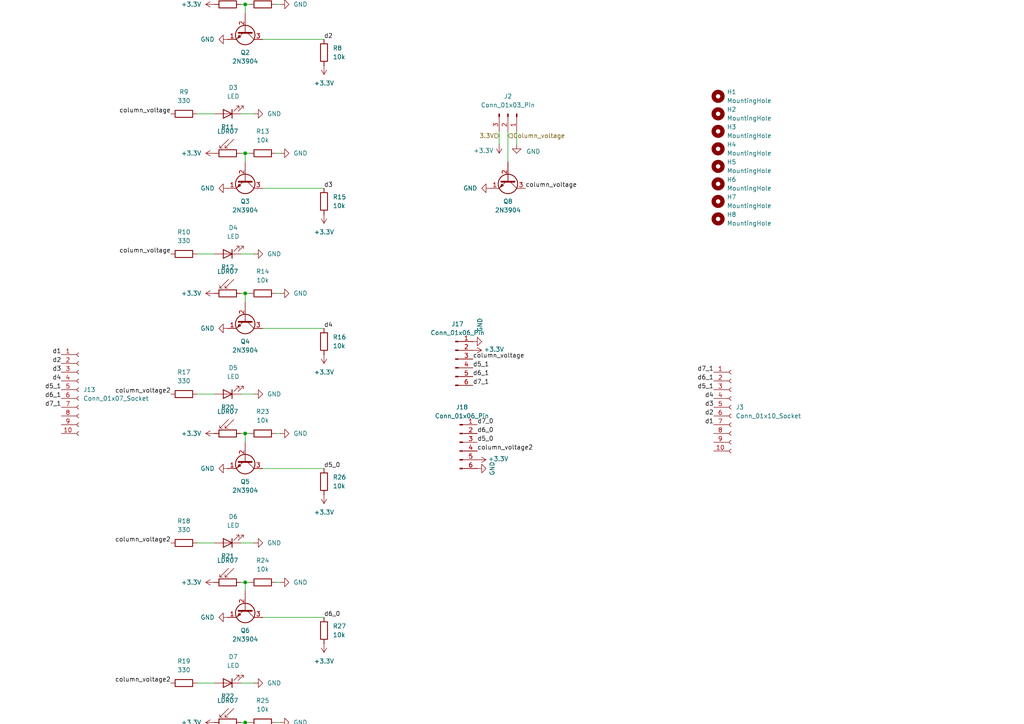
<source format=kicad_sch>
(kicad_sch (version 20231120) (generator "eeschema") (generator_version "8.0")
  (paper "A4")
  (lib_symbols
    (symbol "Connector:Conn_01x03_Pin" (pin_names (offset 1.016) hide)
      (property "Reference" "J" (at 0 5.08 0))
      (property "Value" "Conn_01x03_Pin" (at 0 -5.08 0))
      (symbol "Conn_01x03_Pin_1_1"
        (polyline (pts (xy 1.27 -2.54) (xy 0.8636 -2.54)) (stroke (width 0.1524)))
        (polyline (pts (xy 1.27 0) (xy 0.8636 0)) (stroke (width 0.1524)))
        (polyline (pts (xy 1.27 2.54) (xy 0.8636 2.54)) (stroke (width 0.1524)))
        (rectangle (start 0.8636 -2.413) (end 0 -2.667) (stroke (width 0.1524)) (fill (type outline)))
        (rectangle (start 0.8636 0.127) (end 0 -0.127) (stroke (width 0.1524)) (fill (type outline)))
        (rectangle (start 0.8636 2.667) (end 0 2.413) (stroke (width 0.1524)) (fill (type outline)))
        (pin passive line (at 5.08 2.54 180) (length 3.81) (name "Pin_1") (number "1"))
        (pin passive line (at 5.08 0 180) (length 3.81) (name "Pin_2") (number "2"))
        (pin passive line (at 5.08 -2.54 180) (length 3.81) (name "Pin_3") (number "3"))
      )
    )
    (symbol "Connector:Conn_01x06_Pin" (pin_names (offset 1.016) hide)
      (property "Reference" "J" (at 0 7.62 0))
      (property "Value" "Conn_01x06_Pin" (at 0 -10.16 0))
      (symbol "Conn_01x06_Pin_1_1"
        (polyline (pts (xy 1.27 -7.62) (xy 0.8636 -7.62)) (stroke (width 0.1524)))
        (polyline (pts (xy 1.27 -5.08) (xy 0.8636 -5.08)) (stroke (width 0.1524)))
        (polyline (pts (xy 1.27 -2.54) (xy 0.8636 -2.54)) (stroke (width 0.1524)))
        (polyline (pts (xy 1.27 0) (xy 0.8636 0)) (stroke (width 0.1524)))
        (polyline (pts (xy 1.27 2.54) (xy 0.8636 2.54)) (stroke (width 0.1524)))
        (polyline (pts (xy 1.27 5.08) (xy 0.8636 5.08)) (stroke (width 0.1524)))
        (rectangle (start 0.8636 -7.493) (end 0 -7.747) (stroke (width 0.1524)) (fill (type outline)))
        (rectangle (start 0.8636 -4.953) (end 0 -5.207) (stroke (width 0.1524)) (fill (type outline)))
        (rectangle (start 0.8636 -2.413) (end 0 -2.667) (stroke (width 0.1524)) (fill (type outline)))
        (rectangle (start 0.8636 0.127) (end 0 -0.127) (stroke (width 0.1524)) (fill (type outline)))
        (rectangle (start 0.8636 2.667) (end 0 2.413) (stroke (width 0.1524)) (fill (type outline)))
        (rectangle (start 0.8636 5.207) (end 0 4.953) (stroke (width 0.1524)) (fill (type outline)))
        (pin passive line (at 5.08 5.08 180) (length 3.81) (name "Pin_1") (number "1"))
        (pin passive line (at 5.08 2.54 180) (length 3.81) (name "Pin_2") (number "2"))
        (pin passive line (at 5.08 0 180) (length 3.81) (name "Pin_3") (number "3"))
        (pin passive line (at 5.08 -2.54 180) (length 3.81) (name "Pin_4") (number "4"))
        (pin passive line (at 5.08 -5.08 180) (length 3.81) (name "Pin_5") (number "5"))
        (pin passive line (at 5.08 -7.62 180) (length 3.81) (name "Pin_6") (number "6"))
      )
    )
    (symbol "Connector:Conn_01x10_Socket" (pin_names (offset 1.016) hide)
      (property "Reference" "J" (at 0 12.7 0))
      (property "Value" "Conn_01x10_Socket" (at 0 -15.24 0))
      (symbol "Conn_01x10_Socket_1_1"
        (arc (start 0 -12.192) (mid -0.5058 -12.7) (end 0 -13.208) (stroke (width 0.1524)))
        (arc (start 0 -9.652) (mid -0.5058 -10.16) (end 0 -10.668) (stroke (width 0.1524)))
        (arc (start 0 -7.112) (mid -0.5058 -7.62) (end 0 -8.128) (stroke (width 0.1524)))
        (arc (start 0 -4.572) (mid -0.5058 -5.08) (end 0 -5.588) (stroke (width 0.1524)))
        (arc (start 0 -2.032) (mid -0.5058 -2.54) (end 0 -3.048) (stroke (width 0.1524)))
        (polyline (pts (xy -1.27 -12.7) (xy -0.508 -12.7)) (stroke (width 0.1524)))
        (polyline (pts (xy -1.27 -10.16) (xy -0.508 -10.16)) (stroke (width 0.1524)))
        (polyline (pts (xy -1.27 -7.62) (xy -0.508 -7.62)) (stroke (width 0.1524)))
        (polyline (pts (xy -1.27 -5.08) (xy -0.508 -5.08)) (stroke (width 0.1524)))
        (polyline (pts (xy -1.27 -2.54) (xy -0.508 -2.54)) (stroke (width 0.1524)))
        (polyline (pts (xy -1.27 0) (xy -0.508 0)) (stroke (width 0.1524)))
        (polyline (pts (xy -1.27 2.54) (xy -0.508 2.54)) (stroke (width 0.1524)))
        (polyline (pts (xy -1.27 5.08) (xy -0.508 5.08)) (stroke (width 0.1524)))
        (polyline (pts (xy -1.27 7.62) (xy -0.508 7.62)) (stroke (width 0.1524)))
        (polyline (pts (xy -1.27 10.16) (xy -0.508 10.16)) (stroke (width 0.1524)))
        (arc (start 0 0.508) (mid -0.5058 0) (end 0 -0.508) (stroke (width 0.1524)))
        (arc (start 0 3.048) (mid -0.5058 2.54) (end 0 2.032) (stroke (width 0.1524)))
        (arc (start 0 5.588) (mid -0.5058 5.08) (end 0 4.572) (stroke (width 0.1524)))
        (arc (start 0 8.128) (mid -0.5058 7.62) (end 0 7.112) (stroke (width 0.1524)))
        (arc (start 0 10.668) (mid -0.5058 10.16) (end 0 9.652) (stroke (width 0.1524)))
        (pin passive line (at -5.08 10.16 0) (length 3.81) (name "Pin_1") (number "1"))
        (pin passive line (at -5.08 -12.7 0) (length 3.81) (name "Pin_10") (number "10"))
        (pin passive line (at -5.08 7.62 0) (length 3.81) (name "Pin_2") (number "2"))
        (pin passive line (at -5.08 5.08 0) (length 3.81) (name "Pin_3") (number "3"))
        (pin passive line (at -5.08 2.54 0) (length 3.81) (name "Pin_4") (number "4"))
        (pin passive line (at -5.08 0 0) (length 3.81) (name "Pin_5") (number "5"))
        (pin passive line (at -5.08 -2.54 0) (length 3.81) (name "Pin_6") (number "6"))
        (pin passive line (at -5.08 -5.08 0) (length 3.81) (name "Pin_7") (number "7"))
        (pin passive line (at -5.08 -7.62 0) (length 3.81) (name "Pin_8") (number "8"))
        (pin passive line (at -5.08 -10.16 0) (length 3.81) (name "Pin_9") (number "9"))
      )
    )
    (symbol "Device:LED" (pin_numbers hide) (pin_names (offset 1.016) hide)
      (property "Reference" "D" (at 0 2.54 0))
      (property "Value" "LED" (at 0 -2.54 0))
      (symbol "LED_0_1"
        (polyline (pts (xy -1.27 -1.27) (xy -1.27 1.27)) (stroke (width 0.254)))
        (polyline (pts (xy -1.27 0) (xy 1.27 0)))
        (polyline (pts (xy 1.27 -1.27) (xy 1.27 1.27) (xy -1.27 0) (xy 1.27 -1.27)) (stroke (width 0.254)))
        (polyline (pts (xy -3.048 -0.762) (xy -4.572 -2.286) (xy -3.81 -2.286) (xy -4.572 -2.286) (xy -4.572 -1.524)))
        (polyline (pts (xy -1.778 -0.762) (xy -3.302 -2.286) (xy -2.54 -2.286) (xy -3.302 -2.286) (xy -3.302 -1.524)))
      )
      (symbol "LED_1_1"
        (pin passive line (at -3.81 0 0) (length 2.54) (name "K") (number "1"))
        (pin passive line (at 3.81 0 180) (length 2.54) (name "A") (number "2"))
      )
    )
    (symbol "Device:R" (pin_numbers hide) (pin_names (offset 0))
      (property "Reference" "R" (at 2.032 0 90))
      (property "Value" "R" (at 0 0 90))
      (symbol "R_0_1"
        (rectangle (start -1.016 -2.54) (end 1.016 2.54) (stroke (width 0.254)))
      )
      (symbol "R_1_1"
        (pin passive line (at 0 3.81 270) (length 1.27) (name "~") (number "1"))
        (pin passive line (at 0 -3.81 90) (length 1.27) (name "~") (number "2"))
      )
    )
    (symbol "Mechanical:MountingHole" (pin_names (offset 1.016)) (exclude_from_sim yes) (in_bom no)
      (property "Reference" "H" (at 0 5.08 0))
      (property "Value" "MountingHole" (at 0 3.175 0))
      (symbol "MountingHole_0_1"
        (circle (center 0 0) (radius 1.27) (stroke (width 1.27)))
      )
    )
    (symbol "Sensor_Optical:LDR07" (pin_numbers hide) (pin_names (offset 0))
      (property "Reference" "R" (at -5.08 0 90))
      (property "Value" "LDR07" (at 1.905 0 90))
      (symbol "LDR07_0_1"
        (rectangle (start -1.016 2.54) (end 1.016 -2.54) (stroke (width 0.254)))
        (polyline (pts (xy -1.524 -2.286) (xy -4.064 0.254)))
        (polyline (pts (xy -1.524 -2.286) (xy -2.286 -2.286)))
        (polyline (pts (xy -1.524 -2.286) (xy -1.524 -1.524)))
        (polyline (pts (xy -1.524 -0.762) (xy -4.064 1.778)))
        (polyline (pts (xy -1.524 -0.762) (xy -2.286 -0.762)))
        (polyline (pts (xy -1.524 -0.762) (xy -1.524 0)))
      )
      (symbol "LDR07_1_1"
        (pin passive line (at 0 3.81 270) (length 1.27) (name "~") (number "1"))
        (pin passive line (at 0 -3.81 90) (length 1.27) (name "~") (number "2"))
      )
    )
    (symbol "Transistor_BJT:2N3904" (pin_names (offset 0) hide)
      (property "Reference" "Q" (at 5.08 1.905 0))
      (property "Value" "2N3904" (at 5.08 0 0))
      (symbol "2N3904_0_1"
        (polyline (pts (xy 0.635 0.635) (xy 2.54 2.54)))
        (polyline (pts (xy 0.635 -0.635) (xy 2.54 -2.54) (xy 2.54 -2.54)))
        (polyline (pts (xy 0.635 1.905) (xy 0.635 -1.905) (xy 0.635 -1.905)) (stroke (width 0.508)))
        (polyline (pts (xy 1.27 -1.778) (xy 1.778 -1.27) (xy 2.286 -2.286) (xy 1.27 -1.778) (xy 1.27 -1.778)) (fill (type outline)))
        (circle (center 1.27 0) (radius 2.8194) (stroke (width 0.254)))
      )
      (symbol "2N3904_1_1"
        (pin passive line (at 2.54 -5.08 90) (length 2.54) (name "E") (number "1"))
        (pin passive line (at -5.08 0 0) (length 5.715) (name "B") (number "2"))
        (pin passive line (at 2.54 5.08 270) (length 2.54) (name "C") (number "3"))
      )
    )
    (symbol "power:+3.3V" (power) (pin_numbers hide) (pin_names (offset 0) hide)
      (property "Value" "+3.3V" (at 0 3.556 0))
      (symbol "+3.3V_0_1"
        (polyline (pts (xy -0.762 1.27) (xy 0 2.54)))
        (polyline (pts (xy 0 0) (xy 0 2.54)))
        (polyline (pts (xy 0 2.54) (xy 0.762 1.27)))
      )
      (symbol "+3.3V_1_1"
        (pin power_in line (at 0 0 90) (length 0) (name "~") (number "1"))
      )
    )
    (symbol "power:GND" (power) (pin_numbers hide) (pin_names (offset 0) hide)
      (property "Value" "GND" (at 0 -3.81 0))
      (symbol "GND_0_1"
        (polyline (pts (xy 0 0) (xy 0 -1.27) (xy 1.27 -1.27) (xy 0 -2.54) (xy -1.27 -1.27) (xy 0 -1.27)))
      )
      (symbol "GND_1_1"
        (pin power_in line (at 0 0 270) (length 0) (name "~") (number "1"))
      )
    )
  )
  (junction (at 71.12 209.55))
  (junction (at 71.12 85.09))
  (junction (at 71.12 168.91))
  (junction (at 71.12 44.45))
  (junction (at 62.23 -39.37))
  (junction (at 71.12 1.27))
  (junction (at 71.12 125.73))
  (wire (pts (xy 80.01 209.55) (xy 81.28 209.55)))
  (wire (pts (xy 57.15 73.66) (xy 62.23 73.66)))
  (wire (pts (xy 69.85 33.02) (xy 73.66 33.02)))
  (wire (pts (xy 57.15 157.48) (xy 62.23 157.48)))
  (wire (pts (xy 57.15 -50.8) (xy 62.23 -50.8)))
  (wire (pts (xy 69.85 168.91) (xy 71.12 168.91)))
  (wire (pts (xy 57.15 33.02) (xy 62.23 33.02)))
  (wire (pts (xy 76.2 135.89) (xy 93.98 135.89)))
  (wire (pts (xy 80.01 85.09) (xy 81.28 85.09)))
  (wire (pts (xy 67.31 -29.21) (xy 85.09 -29.21)))
  (wire (pts (xy 71.12 1.27) (xy 72.39 1.27)))
  (wire (pts (xy 71.12 209.55) (xy 71.12 212.09)))
  (wire (pts (xy 149.86 41.91) (xy 149.86 38.1)))
  (wire (pts (xy 76.2 179.07) (xy 93.98 179.07)))
  (wire (pts (xy 147.32 38.1) (xy 147.32 46.99)))
  (wire (pts (xy 69.85 44.45) (xy 71.12 44.45)))
  (wire (pts (xy 69.85 157.48) (xy 73.66 157.48)))
  (wire (pts (xy 62.23 -39.37) (xy 60.96 -39.37)))
  (wire (pts (xy 57.15 198.12) (xy 62.23 198.12)))
  (wire (pts (xy 69.85 198.12) (xy 73.66 198.12)))
  (wire (pts (xy 69.85 85.09) (xy 71.12 85.09)))
  (wire (pts (xy 71.12 209.55) (xy 72.39 209.55)))
  (wire (pts (xy 71.12 44.45) (xy 71.12 46.99)))
  (wire (pts (xy 76.2 219.71) (xy 93.98 219.71)))
  (wire (pts (xy 69.85 -50.8) (xy 73.66 -50.8)))
  (wire (pts (xy 69.85 -10.16) (xy 73.66 -10.16)))
  (wire (pts (xy 69.85 1.27) (xy 71.12 1.27)))
  (wire (pts (xy 57.15 -10.16) (xy 62.23 -10.16)))
  (wire (pts (xy 80.01 168.91) (xy 81.28 168.91)))
  (wire (pts (xy 69.85 125.73) (xy 71.12 125.73)))
  (wire (pts (xy 76.2 54.61) (xy 93.98 54.61)))
  (wire (pts (xy 144.78 41.91) (xy 144.78 38.1)))
  (wire (pts (xy 62.23 -39.37) (xy 62.23 -36.83)))
  (wire (pts (xy 69.85 114.3) (xy 73.66 114.3)))
  (wire (pts (xy 71.12 125.73) (xy 72.39 125.73)))
  (wire (pts (xy 53.34 -39.37) (xy 52.07 -39.37)))
  (wire (pts (xy 76.2 11.43) (xy 93.98 11.43)))
  (wire (pts (xy 63.5 -39.37) (xy 62.23 -39.37)))
  (wire (pts (xy 71.12 44.45) (xy 72.39 44.45)))
  (wire (pts (xy 71.12 168.91) (xy 72.39 168.91)))
  (wire (pts (xy 69.85 73.66) (xy 73.66 73.66)))
  (wire (pts (xy 80.01 44.45) (xy 81.28 44.45)))
  (wire (pts (xy 69.85 209.55) (xy 71.12 209.55)))
  (wire (pts (xy 80.01 1.27) (xy 81.28 1.27)))
  (wire (pts (xy 57.15 114.3) (xy 62.23 114.3)))
  (wire (pts (xy 71.12 168.91) (xy 71.12 171.45)))
  (wire (pts (xy 80.01 125.73) (xy 81.28 125.73)))
  (wire (pts (xy 71.12 85.09) (xy 72.39 85.09)))
  (wire (pts (xy 76.2 95.25) (xy 93.98 95.25)))
  (wire (pts (xy 71.12 125.73) (xy 71.12 128.27)))
  (wire (pts (xy 71.12 1.27) (xy 71.12 3.81)))
  (wire (pts (xy 71.12 85.09) (xy 71.12 87.63)))
  (label "column_voltage2" (at 49.53 157.48 180))
  (label "d5_0" (at 138.43 128.27 0))
  (label "d5_1" (at 137.16 106.68 0))
  (label "column_voltage2" (at 49.53 198.12 180))
  (label "d7_1" (at 207.01 107.95 180))
  (label "d7_0" (at 138.43 123.19 0))
  (label "d7_1" (at 137.16 111.76 0))
  (label "d4" (at 17.78 110.49 180))
  (label "column_voltage" (at 152.4 54.61 0))
  (label "column_voltage" (at 49.53 -50.8 180))
  (label "column_voltage" (at 49.53 73.66 180))
  (label "column_voltage" (at 137.16 104.14 0))
  (label "d5_1" (at 207.01 113.03 180))
  (label "column_voltage2" (at 138.43 130.81 0))
  (label "d6_0" (at 138.43 125.73 0))
  (label "d1" (at 85.09 -29.21 0))
  (label "d3" (at 17.78 107.95 180))
  (label "d6_0" (at 93.98 179.07 0))
  (label "d4" (at 207.01 115.57 180))
  (label "d3" (at 207.01 118.11 180))
  (label "d1" (at 207.01 123.19 180))
  (label "d1" (at 17.78 102.87 180))
  (label "d5_0" (at 93.98 135.89 0))
  (label "d2" (at 207.01 120.65 180))
  (label "d2" (at 17.78 105.41 180))
  (label "d7_1" (at 17.78 118.11 180))
  (label "d6_1" (at 17.78 115.57 180))
  (label "d2" (at 93.98 11.43 0))
  (label "d6_1" (at 207.01 110.49 180))
  (label "column_voltage" (at 49.53 33.02 180))
  (label "d6_1" (at 137.16 109.22 0))
  (label "column_voltage" (at 49.53 -10.16 180))
  (label "d4" (at 93.98 95.25 0))
  (label "column_voltage2" (at 49.53 114.3 180))
  (label "d5_1" (at 17.78 113.03 180))
  (label "d3" (at 93.98 54.61 0))
  (label "d7_0" (at 93.98 219.71 0))
  (hierarchical_label "3.3V" (shape input) (at 144.78 39.37 180))
  (hierarchical_label "Column_voltage" (shape input) (at 147.32 39.37 0))
  (symbol (lib_id "Device:R") (at 76.2 1.27 90) (unit 1)
    (property "Reference" "R7" (at 76.2 -5.08 90))
    (property "Value" "10k" (at 76.2 -2.54 90))
    (property "Footprint" "Capacitor_SMD:C_0402_1005Metric" (effects (hide yes)))
    (property "Description" "Resistor" (effects (hide yes)))
  )
  (symbol (lib_id "power:GND") (at 149.86 41.91 0) (unit 1)
    (property "Reference" "#PWR03" (effects (hide yes)))
    (property "Value" "GND" (at 154.686 43.942 0))
    (property "Description" "Power symbol creates a global label with name \"GND\" , ground" (effects (hide yes)))
  )
  (symbol (lib_id "power:GND") (at 66.04 135.89 270) (unit 1)
    (property "Reference" "#PWR022" (effects (hide yes)))
    (property "Value" "GND" (at 62.23 135.8899 90) (effects (justify right)))
    (property "Description" "Power symbol creates a global label with name \"GND\" , ground" (effects (hide yes)))
  )
  (symbol (lib_id "power:GND") (at 81.28 1.27 90) (unit 1)
    (property "Reference" "#PWR010" (effects (hide yes)))
    (property "Value" "GND" (at 85.09 1.2699 90) (effects (justify right)))
    (property "Description" "Power symbol creates a global label with name \"GND\" , ground" (effects (hide yes)))
  )
  (symbol (lib_id "Mechanical:MountingHole") (at 208.28 38.1 0) (unit 1) (exclude_from_sim yes) (in_bom no)
    (property "Reference" "H3" (at 210.82 36.8299 0) (effects (justify left)))
    (property "Value" "MountingHole" (at 210.82 39.3699 0) (effects (justify left)))
    (property "Footprint" "MountingHole:MountingHole_2.1mm" (effects (hide yes)))
    (property "Description" "Mounting Hole without connection" (effects (hide yes)))
  )
  (symbol (lib_id "Mechanical:MountingHole") (at 208.28 53.34 0) (unit 1) (exclude_from_sim yes) (in_bom no)
    (property "Reference" "H6" (at 210.82 52.0699 0) (effects (justify left)))
    (property "Value" "MountingHole" (at 210.82 54.6099 0) (effects (justify left)))
    (property "Footprint" "MountingHole:MountingHole_2.1mm" (effects (hide yes)))
    (property "Description" "Mounting Hole without connection" (effects (hide yes)))
  )
  (symbol (lib_id "Device:R") (at 76.2 44.45 90) (unit 1)
    (property "Reference" "R13" (at 76.2 38.1 90))
    (property "Value" "10k" (at 76.2 40.64 90))
    (property "Footprint" "Capacitor_SMD:C_0402_1005Metric" (effects (hide yes)))
    (property "Description" "Resistor" (effects (hide yes)))
  )
  (symbol (lib_id "power:GND") (at 138.43 135.89 90) (unit 1)
    (property "Reference" "#PWR072" (effects (hide yes)))
    (property "Value" "GND" (at 142.748 135.89 0))
    (property "Description" "Power symbol creates a global label with name \"GND\" , ground" (effects (hide yes)))
  )
  (symbol (lib_id "Sensor_Optical:LDR07") (at 66.04 168.91 270) (unit 1)
    (property "Reference" "R21" (at 66.04 161.29 90))
    (property "Value" "LDR07" (at 66.04 162.56 90))
    (property "Footprint" "Library:LDR 2.5 horizontal" (effects (hide yes)))
    (property "Datasheet" "http://www.tme.eu/de/Document/f2e3ad76a925811312d226c31da4cd7e/LDR07.pdf" (effects (hide yes)))
    (property "Description" "light dependent resistor" (effects (hide yes)))
  )
  (symbol (lib_id "power:GND") (at 142.24 54.61 270) (unit 1)
    (property "Reference" "#PWR037" (effects (hide yes)))
    (property "Value" "GND" (at 138.43 54.6099 90) (effects (justify right)))
    (property "Description" "Power symbol creates a global label with name \"GND\" , ground" (effects (hide yes)))
  )
  (symbol (lib_id "Device:R") (at 85.09 -25.4 180) (unit 1)
    (property "Reference" "R4" (at 87.63 -26.6701 0) (effects (justify right)))
    (property "Value" "10k" (at 87.63 -24.1301 0) (effects (justify right)))
    (property "Footprint" "Capacitor_SMD:C_0402_1005Metric" (effects (hide yes)))
    (property "Description" "Resistor" (effects (hide yes)))
  )
  (symbol (lib_id "power:+3.3V") (at 93.98 62.23 180) (unit 1)
    (property "Reference" "#PWR054" (effects (hide yes)))
    (property "Value" "+3.3V" (at 93.98 67.31 0))
    (property "Description" "Power symbol creates a global label with name \"+3.3V\"" (effects (hide yes)))
  )
  (symbol (lib_id "Sensor_Optical:LDR07") (at 66.04 125.73 270) (unit 1)
    (property "Reference" "R20" (at 66.04 118.11 90))
    (property "Value" "LDR07" (at 66.04 119.38 90))
    (property "Footprint" "Library:LDR 2.5 horizontal" (effects (hide yes)))
    (property "Datasheet" "http://www.tme.eu/de/Document/f2e3ad76a925811312d226c31da4cd7e/LDR07.pdf" (effects (hide yes)))
    (property "Description" "light dependent resistor" (effects (hide yes)))
  )
  (symbol (lib_id "Device:R") (at 93.98 15.24 180) (unit 1)
    (property "Reference" "R8" (at 96.52 13.9699 0) (effects (justify right)))
    (property "Value" "10k" (at 96.52 16.5099 0) (effects (justify right)))
    (property "Footprint" "Capacitor_SMD:C_0402_1005Metric" (effects (hide yes)))
    (property "Description" "Resistor" (effects (hide yes)))
  )
  (symbol (lib_id "power:GND") (at 66.04 54.61 270) (unit 1)
    (property "Reference" "#PWR013" (effects (hide yes)))
    (property "Value" "GND" (at 62.23 54.6099 90) (effects (justify right)))
    (property "Description" "Power symbol creates a global label with name \"GND\" , ground" (effects (hide yes)))
  )
  (symbol (lib_id "Transistor_BJT:2N3904") (at 71.12 8.89 270) (unit 1)
    (property "Reference" "Q2" (at 71.12 15.24 90))
    (property "Value" "2N3904" (at 71.12 17.78 90))
    (property "Footprint" "Package_TO_SOT_THT:TO-92_Inline" (effects (hide yes)))
    (property "Datasheet" "https://www.onsemi.com/pub/Collateral/2N3903-D.PDF" (effects (hide yes)))
    (property "Description" "0.2A Ic, 40V Vce, Small Signal NPN Transistor, TO-92" (effects (hide yes)))
  )
  (symbol (lib_id "Sensor_Optical:LDR07") (at 66.04 1.27 270) (unit 1)
    (property "Reference" "R6" (at 66.04 -6.35 90))
    (property "Value" "LDR07" (at 66.04 -5.08 90))
    (property "Footprint" "Library:LDR 2.5 horizontal" (effects (hide yes)))
    (property "Datasheet" "http://www.tme.eu/de/Document/f2e3ad76a925811312d226c31da4cd7e/LDR07.pdf" (effects (hide yes)))
    (property "Description" "light dependent resistor" (effects (hide yes)))
  )
  (symbol (lib_id "Mechanical:MountingHole") (at 208.28 33.02 0) (unit 1) (exclude_from_sim yes) (in_bom no)
    (property "Reference" "H2" (at 210.82 31.7499 0) (effects (justify left)))
    (property "Value" "MountingHole" (at 210.82 34.2899 0) (effects (justify left)))
    (property "Footprint" "MountingHole:MountingHole_2.1mm" (effects (hide yes)))
    (property "Description" "Mounting Hole without connection" (effects (hide yes)))
  )
  (symbol (lib_id "Mechanical:MountingHole") (at 208.28 58.42 0) (unit 1) (exclude_from_sim yes) (in_bom no)
    (property "Reference" "H7" (at 210.82 57.1499 0) (effects (justify left)))
    (property "Value" "MountingHole" (at 210.82 59.6899 0) (effects (justify left)))
    (property "Footprint" "MountingHole:MountingHole_2.1mm" (effects (hide yes)))
    (property "Description" "Mounting Hole without connection" (effects (hide yes)))
  )
  (symbol (lib_id "power:+3.3V") (at 71.12 -39.37 270) (mirror x) (unit 1)
    (property "Reference" "#PWR05" (effects (hide yes)))
    (property "Value" "+3.3V" (at 74.93 -39.3701 90) (effects (justify left)))
    (property "Description" "Power symbol creates a global label with name \"+3.3V\"" (effects (hide yes)))
  )
  (symbol (lib_id "Device:R") (at 53.34 157.48 90) (unit 1)
    (property "Reference" "R18" (at 53.34 151.13 90))
    (property "Value" "330" (at 53.34 153.67 90))
    (property "Footprint" "Capacitor_SMD:C_0402_1005Metric" (effects (hide yes)))
    (property "Description" "Resistor" (effects (hide yes)))
  )
  (symbol (lib_id "power:GND") (at 66.04 219.71 270) (unit 1)
    (property "Reference" "#PWR024" (effects (hide yes)))
    (property "Value" "GND" (at 62.23 219.7099 90) (effects (justify right)))
    (property "Description" "Power symbol creates a global label with name \"GND\" , ground" (effects (hide yes)))
  )
  (symbol (lib_id "Device:LED") (at 66.04 73.66 180) (unit 1)
    (property "Reference" "D4" (at 67.6275 66.04 0))
    (property "Value" "LED" (at 67.6275 68.58 0))
    (property "Footprint" "Connector_PinSocket_2.54mm:PinSocket_2x01_P2.54mm_Vertical" (effects (hide yes)))
    (property "Description" "Light emitting diode" (effects (hide yes)))
  )
  (symbol (lib_id "power:+3.3V") (at 85.09 -21.59 270) (unit 1)
    (property "Reference" "#PWR052" (effects (hide yes)))
    (property "Value" "+3.3V" (at 88.9 -21.5901 90) (effects (justify left)))
    (property "Description" "Power symbol creates a global label with name \"+3.3V\"" (effects (hide yes)))
  )
  (symbol (lib_id "Device:R") (at 76.2 85.09 90) (unit 1)
    (property "Reference" "R14" (at 76.2 78.74 90))
    (property "Value" "10k" (at 76.2 81.28 90))
    (property "Footprint" "Capacitor_SMD:C_0402_1005Metric" (effects (hide yes)))
    (property "Description" "Resistor" (effects (hide yes)))
  )
  (symbol (lib_id "power:+3.3V") (at 137.16 101.6 270) (unit 1)
    (property "Reference" "#PWR076" (effects (hide yes)))
    (property "Value" "+3.3V" (at 143.256 101.346 90))
    (property "Description" "Power symbol creates a global label with name \"+3.3V\"" (effects (hide yes)))
  )
  (symbol (lib_id "Device:R") (at 76.2 209.55 90) (unit 1)
    (property "Reference" "R25" (at 76.2 203.2 90))
    (property "Value" "10k" (at 76.2 205.74 90))
    (property "Footprint" "Capacitor_SMD:C_0402_1005Metric" (effects (hide yes)))
    (property "Description" "Resistor" (effects (hide yes)))
  )
  (symbol (lib_id "Transistor_BJT:2N3904") (at 71.12 133.35 270) (unit 1)
    (property "Reference" "Q5" (at 71.12 139.7 90))
    (property "Value" "2N3904" (at 71.12 142.24 90))
    (property "Footprint" "Package_TO_SOT_THT:TO-92_Inline" (effects (hide yes)))
    (property "Datasheet" "https://www.onsemi.com/pub/Collateral/2N3903-D.PDF" (effects (hide yes)))
    (property "Description" "0.2A Ic, 40V Vce, Small Signal NPN Transistor, TO-92" (effects (hide yes)))
  )
  (symbol (lib_id "power:GND") (at 73.66 33.02 90) (unit 1)
    (property "Reference" "#PWR015" (effects (hide yes)))
    (property "Value" "GND" (at 77.47 33.0199 90) (effects (justify right)))
    (property "Description" "Power symbol creates a global label with name \"GND\" , ground" (effects (hide yes)))
  )
  (symbol (lib_id "Device:LED") (at 66.04 157.48 180) (unit 1)
    (property "Reference" "D6" (at 67.6275 149.86 0))
    (property "Value" "LED" (at 67.6275 152.4 0))
    (property "Footprint" "Connector_PinSocket_2.54mm:PinSocket_2x01_P2.54mm_Vertical" (effects (hide yes)))
    (property "Description" "Light emitting diode" (effects (hide yes)))
  )
  (symbol (lib_id "Device:LED") (at 66.04 -10.16 180) (unit 1)
    (property "Reference" "D2" (at 67.564 -17.78 0))
    (property "Value" "LED" (at 67.6275 -15.24 0))
    (property "Footprint" "Connector_PinSocket_2.54mm:PinSocket_2x01_P2.54mm_Vertical" (effects (hide yes)))
    (property "Description" "Light emitting diode" (effects (hide yes)))
  )
  (symbol (lib_id "Mechanical:MountingHole") (at 208.28 48.26 0) (unit 1) (exclude_from_sim yes) (in_bom no)
    (property "Reference" "H5" (at 210.82 46.9899 0) (effects (justify left)))
    (property "Value" "MountingHole" (at 210.82 49.5299 0) (effects (justify left)))
    (property "Footprint" "MountingHole:MountingHole_2.1mm" (effects (hide yes)))
    (property "Description" "Mounting Hole without connection" (effects (hide yes)))
  )
  (symbol (lib_id "power:+3.3V") (at 93.98 102.87 180) (unit 1)
    (property "Reference" "#PWR055" (effects (hide yes)))
    (property "Value" "+3.3V" (at 93.98 107.95 0))
    (property "Description" "Power symbol creates a global label with name \"+3.3V\"" (effects (hide yes)))
  )
  (symbol (lib_id "power:GND") (at 73.66 157.48 90) (unit 1)
    (property "Reference" "#PWR026" (effects (hide yes)))
    (property "Value" "GND" (at 77.47 157.4799 90) (effects (justify right)))
    (property "Description" "Power symbol creates a global label with name \"GND\" , ground" (effects (hide yes)))
  )
  (symbol (lib_id "Transistor_BJT:2N3904") (at 71.12 217.17 270) (unit 1)
    (property "Reference" "Q7" (at 71.12 223.52 90))
    (property "Value" "2N3904" (at 71.12 226.06 90))
    (property "Footprint" "Package_TO_SOT_THT:TO-92_Inline" (effects (hide yes)))
    (property "Datasheet" "https://www.onsemi.com/pub/Collateral/2N3903-D.PDF" (effects (hide yes)))
    (property "Description" "0.2A Ic, 40V Vce, Small Signal NPN Transistor, TO-92" (effects (hide yes)))
  )
  (symbol (lib_id "Device:LED") (at 66.04 198.12 180) (unit 1)
    (property "Reference" "D7" (at 67.6275 190.5 0))
    (property "Value" "LED" (at 67.6275 193.04 0))
    (property "Footprint" "Connector_PinSocket_2.54mm:PinSocket_2x01_P2.54mm_Vertical" (effects (hide yes)))
    (property "Description" "Light emitting diode" (effects (hide yes)))
  )
  (symbol (lib_id "power:GND") (at 73.66 -10.16 90) (unit 1)
    (property "Reference" "#PWR09" (effects (hide yes)))
    (property "Value" "GND" (at 77.47 -10.1601 90) (effects (justify right)))
    (property "Description" "Power symbol creates a global label with name \"GND\" , ground" (effects (hide yes)))
  )
  (symbol (lib_id "Device:LED") (at 66.04 114.3 180) (unit 1)
    (property "Reference" "D5" (at 67.6275 106.68 0))
    (property "Value" "LED" (at 67.6275 109.22 0))
    (property "Footprint" "Connector_PinSocket_2.54mm:PinSocket_2x01_P2.54mm_Vertical" (effects (hide yes)))
    (property "Description" "Light emitting diode" (effects (hide yes)))
  )
  (symbol (lib_id "Connector:Conn_01x03_Pin") (at 147.32 33.02 270) (unit 1)
    (property "Reference" "J2" (at 147.32 27.94 90))
    (property "Value" "Conn_01x03_Pin" (at 147.32 30.48 90))
    (property "Footprint" "Connector_JST:JST_EH_B3B-EH-A_1x03_P2.50mm_Vertical" (effects (hide yes)))
    (property "Description" "Generic connector, single row, 01x03, script generated" (effects (hide yes)))
  )
  (symbol (lib_id "power:GND") (at 73.66 198.12 90) (unit 1)
    (property "Reference" "#PWR027" (effects (hide yes)))
    (property "Value" "GND" (at 77.47 198.1199 90) (effects (justify right)))
    (property "Description" "Power symbol creates a global label with name \"GND\" , ground" (effects (hide yes)))
  )
  (symbol (lib_id "power:GND") (at 81.28 209.55 90) (unit 1)
    (property "Reference" "#PWR030" (effects (hide yes)))
    (property "Value" "GND" (at 85.09 209.5499 90) (effects (justify right)))
    (property "Description" "Power symbol creates a global label with name \"GND\" , ground" (effects (hide yes)))
  )
  (symbol (lib_id "Transistor_BJT:2N3904") (at 71.12 176.53 270) (unit 1)
    (property "Reference" "Q6" (at 71.12 182.88 90))
    (property "Value" "2N3904" (at 71.12 185.42 90))
    (property "Footprint" "Package_TO_SOT_THT:TO-92_Inline" (effects (hide yes)))
    (property "Datasheet" "https://www.onsemi.com/pub/Collateral/2N3903-D.PDF" (effects (hide yes)))
    (property "Description" "0.2A Ic, 40V Vce, Small Signal NPN Transistor, TO-92" (effects (hide yes)))
  )
  (symbol (lib_id "Transistor_BJT:2N3904") (at 62.23 -31.75 270) (unit 1)
    (property "Reference" "Q1" (at 62.23 -25.4 90))
    (property "Value" "2N3904" (at 62.23 -22.86 90))
    (property "Footprint" "Package_TO_SOT_THT:TO-92_Inline" (effects (hide yes)))
    (property "Datasheet" "https://www.onsemi.com/pub/Collateral/2N3903-D.PDF" (effects (hide yes)))
    (property "Description" "0.2A Ic, 40V Vce, Small Signal NPN Transistor, TO-92" (effects (hide yes)))
  )
  (symbol (lib_id "Device:R") (at 53.34 33.02 90) (unit 1)
    (property "Reference" "R9" (at 53.34 26.67 90))
    (property "Value" "330" (at 53.34 29.21 90))
    (property "Footprint" "Capacitor_SMD:C_0402_1005Metric" (effects (hide yes)))
    (property "Description" "Resistor" (effects (hide yes)))
  )
  (symbol (lib_id "power:GND") (at 81.28 44.45 90) (unit 1)
    (property "Reference" "#PWR017" (effects (hide yes)))
    (property "Value" "GND" (at 85.09 44.4499 90) (effects (justify right)))
    (property "Description" "Power symbol creates a global label with name \"GND\" , ground" (effects (hide yes)))
  )
  (symbol (lib_id "Transistor_BJT:2N3904") (at 71.12 92.71 270) (unit 1)
    (property "Reference" "Q4" (at 71.12 99.06 90))
    (property "Value" "2N3904" (at 71.12 101.6 90))
    (property "Footprint" "Package_TO_SOT_THT:TO-92_Inline" (effects (hide yes)))
    (property "Datasheet" "https://www.onsemi.com/pub/Collateral/2N3903-D.PDF" (effects (hide yes)))
    (property "Description" "0.2A Ic, 40V Vce, Small Signal NPN Transistor, TO-92" (effects (hide yes)))
  )
  (symbol (lib_id "Connector:Conn_01x10_Socket") (at 212.09 118.11 0) (unit 1)
    (property "Reference" "J3" (at 213.36 118.1099 0) (effects (justify left)))
    (property "Value" "Conn_01x10_Socket" (at 213.36 120.6499 0) (effects (justify left)))
    (property "Footprint" "Connector_PinHeader_2.54mm:PinHeader_1x07_P2.54mm_Horizontal" (effects (hide yes)))
    (property "Description" "Generic connector, single row, 01x10, script generated" (effects (hide yes)))
  )
  (symbol (lib_id "Device:R") (at 93.98 58.42 180) (unit 1)
    (property "Reference" "R15" (at 96.52 57.1499 0) (effects (justify right)))
    (property "Value" "10k" (at 96.52 59.6899 0) (effects (justify right)))
    (property "Footprint" "Capacitor_SMD:C_0402_1005Metric" (effects (hide yes)))
    (property "Description" "Resistor" (effects (hide yes)))
  )
  (symbol (lib_id "Sensor_Optical:LDR07") (at 66.04 85.09 270) (unit 1)
    (property "Reference" "R12" (at 66.04 77.47 90))
    (property "Value" "LDR07" (at 66.04 78.74 90))
    (property "Footprint" "Library:LDR 2.5 horizontal" (effects (hide yes)))
    (property "Datasheet" "http://www.tme.eu/de/Document/f2e3ad76a925811312d226c31da4cd7e/LDR07.pdf" (effects (hide yes)))
    (property "Description" "light dependent resistor" (effects (hide yes)))
  )
  (symbol (lib_id "power:GND") (at 57.15 -29.21 270) (unit 1)
    (property "Reference" "#PWR06" (effects (hide yes)))
    (property "Value" "GND" (at 53.34 -29.2101 90) (effects (justify right)))
    (property "Description" "Power symbol creates a global label with name \"GND\" , ground" (effects (hide yes)))
  )
  (symbol (lib_id "power:+3.3V") (at 93.98 19.05 180) (unit 1)
    (property "Reference" "#PWR053" (effects (hide yes)))
    (property "Value" "+3.3V" (at 93.98 24.13 0))
    (property "Description" "Power symbol creates a global label with name \"+3.3V\"" (effects (hide yes)))
  )
  (symbol (lib_id "Device:R") (at 76.2 168.91 90) (unit 1)
    (property "Reference" "R24" (at 76.2 162.56 90))
    (property "Value" "10k" (at 76.2 165.1 90))
    (property "Footprint" "Capacitor_SMD:C_0402_1005Metric" (effects (hide yes)))
    (property "Description" "Resistor" (effects (hide yes)))
  )
  (symbol (lib_id "Sensor_Optical:LDR07") (at 67.31 -39.37 90) (mirror x) (unit 1)
    (property "Reference" "R2" (at 67.31 -46.99 90))
    (property "Value" "LDR07" (at 67.31 -45.72 90))
    (property "Footprint" "Library:LDR 2.5 horizontal" (effects (hide yes)))
    (property "Datasheet" "http://www.tme.eu/de/Document/f2e3ad76a925811312d226c31da4cd7e/LDR07.pdf" (effects (hide yes)))
    (property "Description" "light dependent resistor" (effects (hide yes)))
  )
  (symbol (lib_id "power:+3.3V") (at 62.23 168.91 90) (unit 1)
    (property "Reference" "#PWR020" (effects (hide yes)))
    (property "Value" "+3.3V" (at 58.42 168.9099 90) (effects (justify left)))
    (property "Description" "Power symbol creates a global label with name \"+3.3V\"" (effects (hide yes)))
  )
  (symbol (lib_id "power:+3.3V") (at 62.23 1.27 90) (unit 1)
    (property "Reference" "#PWR07" (effects (hide yes)))
    (property "Value" "+3.3V" (at 58.42 1.2699 90) (effects (justify left)))
    (property "Description" "Power symbol creates a global label with name \"+3.3V\"" (effects (hide yes)))
  )
  (symbol (lib_id "Transistor_BJT:2N3904") (at 147.32 52.07 270) (unit 1)
    (property "Reference" "Q8" (at 147.32 58.42 90))
    (property "Value" "2N3904" (at 147.32 60.96 90))
    (property "Footprint" "Package_TO_SOT_THT:TO-92_Inline" (effects (hide yes)))
    (property "Datasheet" "https://www.onsemi.com/pub/Collateral/2N3903-D.PDF" (effects (hide yes)))
    (property "Description" "0.2A Ic, 40V Vce, Small Signal NPN Transistor, TO-92" (effects (hide yes)))
  )
  (symbol (lib_id "Device:R") (at 93.98 182.88 180) (unit 1)
    (property "Reference" "R27" (at 96.52 181.6099 0) (effects (justify right)))
    (property "Value" "10k" (at 96.52 184.1499 0) (effects (justify right)))
    (property "Footprint" "Capacitor_SMD:C_0402_1005Metric" (effects (hide yes)))
    (property "Description" "Resistor" (effects (hide yes)))
  )
  (symbol (lib_id "Device:LED") (at 66.04 -50.8 180) (unit 1)
    (property "Reference" "D1" (at 67.6275 -58.42 0))
    (property "Value" "LED" (at 67.6275 -55.88 0))
    (property "Footprint" "Connector_PinSocket_2.54mm:PinSocket_2x01_P2.54mm_Vertical" (effects (hide yes)))
    (property "Description" "Light emitting diode" (effects (hide yes)))
  )
  (symbol (lib_id "power:+3.3V") (at 62.23 44.45 90) (unit 1)
    (property "Reference" "#PWR011" (effects (hide yes)))
    (property "Value" "+3.3V" (at 58.42 44.4499 90) (effects (justify left)))
    (property "Description" "Power symbol creates a global label with name \"+3.3V\"" (effects (hide yes)))
  )
  (symbol (lib_id "Connector:Conn_01x10_Socket") (at 22.86 113.03 0) (unit 1)
    (property "Reference" "J13" (at 24.13 113.0299 0) (effects (justify left)))
    (property "Value" "Conn_01x07_Socket" (at 24.13 115.5699 0) (effects (justify left)))
    (property "Footprint" "Connector_PinHeader_2.54mm:PinHeader_1x07_P2.54mm_Horizontal" (effects (hide yes)))
    (property "Description" "Generic connector, single row, 01x10, script generated" (effects (hide yes)))
  )
  (symbol (lib_id "Device:R") (at 93.98 139.7 180) (unit 1)
    (property "Reference" "R26" (at 96.52 138.4299 0) (effects (justify right)))
    (property "Value" "10k" (at 96.52 140.9699 0) (effects (justify right)))
    (property "Footprint" "Capacitor_SMD:C_0402_1005Metric" (effects (hide yes)))
    (property "Description" "Resistor" (effects (hide yes)))
  )
  (symbol (lib_id "Mechanical:MountingHole") (at 208.28 43.18 0) (unit 1) (exclude_from_sim yes) (in_bom no)
    (property "Reference" "H4" (at 210.82 41.9099 0) (effects (justify left)))
    (property "Value" "MountingHole" (at 210.82 44.4499 0) (effects (justify left)))
    (property "Footprint" "MountingHole:MountingHole_2.1mm" (effects (hide yes)))
    (property "Description" "Mounting Hole without connection" (effects (hide yes)))
  )
  (symbol (lib_id "power:+3.3V") (at 93.98 143.51 180) (unit 1)
    (property "Reference" "#PWR056" (effects (hide yes)))
    (property "Value" "+3.3V" (at 93.98 148.59 0))
    (property "Description" "Power symbol creates a global label with name \"+3.3V\"" (effects (hide yes)))
  )
  (symbol (lib_id "power:GND") (at 66.04 95.25 270) (unit 1)
    (property "Reference" "#PWR014" (effects (hide yes)))
    (property "Value" "GND" (at 62.23 95.2499 90) (effects (justify right)))
    (property "Description" "Power symbol creates a global label with name \"GND\" , ground" (effects (hide yes)))
  )
  (symbol (lib_id "Device:R") (at 57.15 -39.37 270) (mirror x) (unit 1)
    (property "Reference" "R3" (at 57.15 -45.72 90))
    (property "Value" "10k" (at 57.15 -43.18 90))
    (property "Footprint" "Capacitor_SMD:C_0402_1005Metric" (effects (hide yes)))
    (property "Description" "Resistor" (effects (hide yes)))
  )
  (symbol (lib_id "Device:R") (at 53.34 198.12 90) (unit 1)
    (property "Reference" "R19" (at 53.34 191.77 90))
    (property "Value" "330" (at 53.34 194.31 90))
    (property "Footprint" "Capacitor_SMD:C_0402_1005Metric" (effects (hide yes)))
    (property "Description" "Resistor" (effects (hide yes)))
  )
  (symbol (lib_id "power:GND") (at 81.28 125.73 90) (unit 1)
    (property "Reference" "#PWR028" (effects (hide yes)))
    (property "Value" "GND" (at 85.09 125.7299 90) (effects (justify right)))
    (property "Description" "Power symbol creates a global label with name \"GND\" , ground" (effects (hide yes)))
  )
  (symbol (lib_id "power:+3.3V") (at 62.23 125.73 90) (unit 1)
    (property "Reference" "#PWR019" (effects (hide yes)))
    (property "Value" "+3.3V" (at 58.42 125.7299 90) (effects (justify left)))
    (property "Description" "Power symbol creates a global label with name \"+3.3V\"" (effects (hide yes)))
  )
  (symbol (lib_id "power:GND") (at 137.16 99.06 90) (unit 1)
    (property "Reference" "#PWR077" (effects (hide yes)))
    (property "Value" "GND" (at 139.192 94.234 0))
    (property "Description" "Power symbol creates a global label with name \"GND\" , ground" (effects (hide yes)))
  )
  (symbol (lib_id "Transistor_BJT:2N3904") (at 71.12 52.07 270) (unit 1)
    (property "Reference" "Q3" (at 71.12 58.42 90))
    (property "Value" "2N3904" (at 71.12 60.96 90))
    (property "Footprint" "Package_TO_SOT_THT:TO-92_Inline" (effects (hide yes)))
    (property "Datasheet" "https://www.onsemi.com/pub/Collateral/2N3903-D.PDF" (effects (hide yes)))
    (property "Description" "0.2A Ic, 40V Vce, Small Signal NPN Transistor, TO-92" (effects (hide yes)))
  )
  (symbol (lib_id "power:GND") (at 52.07 -39.37 270) (mirror x) (unit 1)
    (property "Reference" "#PWR02" (effects (hide yes)))
    (property "Value" "GND" (at 48.26 -39.3701 90) (effects (justify right)))
    (property "Description" "Power symbol creates a global label with name \"GND\" , ground" (effects (hide yes)))
  )
  (symbol (lib_id "Sensor_Optical:LDR07") (at 66.04 44.45 270) (unit 1)
    (property "Reference" "R11" (at 66.04 36.83 90))
    (property "Value" "LDR07" (at 66.04 38.1 90))
    (property "Footprint" "Library:LDR 2.5 horizontal" (effects (hide yes)))
    (property "Datasheet" "http://www.tme.eu/de/Document/f2e3ad76a925811312d226c31da4cd7e/LDR07.pdf" (effects (hide yes)))
    (property "Description" "light dependent resistor" (effects (hide yes)))
  )
  (symbol (lib_id "power:GND") (at 81.28 168.91 90) (unit 1)
    (property "Reference" "#PWR029" (effects (hide yes)))
    (property "Value" "GND" (at 85.09 168.9099 90) (effects (justify right)))
    (property "Description" "Power symbol creates a global label with name \"GND\" , ground" (effects (hide yes)))
  )
  (symbol (lib_id "power:GND") (at 66.04 11.43 270) (unit 1)
    (property "Reference" "#PWR08" (effects (hide yes)))
    (property "Value" "GND" (at 62.23 11.4299 90) (effects (justify right)))
    (property "Description" "Power symbol creates a global label with name \"GND\" , ground" (effects (hide yes)))
  )
  (symbol (lib_id "Connector:Conn_01x06_Pin") (at 133.35 128.27 0) (unit 1)
    (property "Reference" "J18" (at 133.985 118.11 0))
    (property "Value" "Conn_01x06_Pin" (at 133.985 120.65 0))
    (property "Footprint" "Connector_PinHeader_2.54mm:PinHeader_1x06_P2.54mm_Horizontal" (effects (hide yes)))
    (property "Description" "Generic connector, single row, 01x06, script generated" (effects (hide yes)))
  )
  (symbol (lib_id "power:GND") (at 73.66 -50.8 90) (unit 1)
    (property "Reference" "#PWR01" (effects (hide yes)))
    (property "Value" "GND" (at 77.47 -50.8001 90) (effects (justify right)))
    (property "Description" "Power symbol creates a global label with name \"GND\" , ground" (effects (hide yes)))
  )
  (symbol (lib_id "power:GND") (at 81.28 85.09 90) (unit 1)
    (property "Reference" "#PWR018" (effects (hide yes)))
    (property "Value" "GND" (at 85.09 85.0899 90) (effects (justify right)))
    (property "Description" "Power symbol creates a global label with name \"GND\" , ground" (effects (hide yes)))
  )
  (symbol (lib_id "power:GND") (at 73.66 114.3 90) (unit 1)
    (property "Reference" "#PWR025" (effects (hide yes)))
    (property "Value" "GND" (at 77.47 114.2999 90) (effects (justify right)))
    (property "Description" "Power symbol creates a global label with name \"GND\" , ground" (effects (hide yes)))
  )
  (symbol (lib_id "Device:LED") (at 66.04 33.02 180) (unit 1)
    (property "Reference" "D3" (at 67.6275 25.4 0))
    (property "Value" "LED" (at 67.6275 27.94 0))
    (property "Footprint" "Connector_PinSocket_2.54mm:PinSocket_2x01_P2.54mm_Vertical" (effects (hide yes)))
    (property "Description" "Light emitting diode" (effects (hide yes)))
  )
  (symbol (lib_id "power:+3.3V") (at 144.78 41.91 180) (unit 1)
    (property "Reference" "#PWR04" (effects (hide yes)))
    (property "Value" "+3.3V" (at 140.208 43.688 0))
    (property "Description" "Power symbol creates a global label with name \"+3.3V\"" (effects (hide yes)))
  )
  (symbol (lib_id "Sensor_Optical:LDR07") (at 66.04 209.55 270) (unit 1)
    (property "Reference" "R22" (at 66.04 201.93 90))
    (property "Value" "LDR07" (at 66.04 203.2 90))
    (property "Footprint" "Library:LDR 2.5 horizontal" (effects (hide yes)))
    (property "Datasheet" "http://www.tme.eu/de/Document/f2e3ad76a925811312d226c31da4cd7e/LDR07.pdf" (effects (hide yes)))
    (property "Description" "light dependent resistor" (effects (hide yes)))
  )
  (symbol (lib_id "Device:R") (at 53.34 -50.8 90) (unit 1)
    (property "Reference" "R1" (at 53.34 -57.15 90))
    (property "Value" "330" (at 53.34 -54.61 90))
    (property "Footprint" "Capacitor_SMD:C_0402_1005Metric" (effects (hide yes)))
    (property "Description" "Resistor" (effects (hide yes)))
  )
  (symbol (lib_id "Device:R") (at 53.34 114.3 90) (unit 1)
    (property "Reference" "R17" (at 53.34 107.95 90))
    (property "Value" "330" (at 53.34 110.49 90))
    (property "Footprint" "Capacitor_SMD:C_0402_1005Metric" (effects (hide yes)))
    (property "Description" "Resistor" (effects (hide yes)))
  )
  (symbol (lib_id "power:GND") (at 66.04 179.07 270) (unit 1)
    (property "Reference" "#PWR023" (effects (hide yes)))
    (property "Value" "GND" (at 62.23 179.0699 90) (effects (justify right)))
    (property "Description" "Power symbol creates a global label with name \"GND\" , ground" (effects (hide yes)))
  )
  (symbol (lib_id "power:+3.3V") (at 62.23 85.09 90) (unit 1)
    (property "Reference" "#PWR012" (effects (hide yes)))
    (property "Value" "+3.3V" (at 58.42 85.0899 90) (effects (justify left)))
    (property "Description" "Power symbol creates a global label with name \"+3.3V\"" (effects (hide yes)))
  )
  (symbol (lib_id "power:+3.3V") (at 138.43 133.35 270) (unit 1)
    (property "Reference" "#PWR073" (effects (hide yes)))
    (property "Value" "+3.3V" (at 144.526 133.096 90))
    (property "Description" "Power symbol creates a global label with name \"+3.3V\"" (effects (hide yes)))
  )
  (symbol (lib_id "Device:R") (at 93.98 99.06 180) (unit 1)
    (property "Reference" "R16" (at 96.52 97.7899 0) (effects (justify right)))
    (property "Value" "10k" (at 96.52 100.3299 0) (effects (justify right)))
    (property "Footprint" "Capacitor_SMD:C_0402_1005Metric" (effects (hide yes)))
    (property "Description" "Resistor" (effects (hide yes)))
  )
  (symbol (lib_id "Mechanical:MountingHole") (at 208.28 63.5 0) (unit 1) (exclude_from_sim yes) (in_bom no)
    (property "Reference" "H8" (at 210.82 62.2299 0) (effects (justify left)))
    (property "Value" "MountingHole" (at 210.82 64.7699 0) (effects (justify left)))
    (property "Footprint" "MountingHole:MountingHole_2.1mm" (effects (hide yes)))
    (property "Description" "Mounting Hole without connection" (effects (hide yes)))
  )
  (symbol (lib_id "Connector:Conn_01x06_Pin") (at 132.08 104.14 0) (unit 1)
    (property "Reference" "J17" (at 132.715 93.98 0))
    (property "Value" "Conn_01x06_Pin" (at 132.715 96.52 0))
    (property "Footprint" "Connector_PinHeader_2.54mm:PinHeader_1x06_P2.54mm_Horizontal" (effects (hide yes)))
    (property "Description" "Generic connector, single row, 01x06, script generated" (effects (hide yes)))
  )
  (symbol (lib_id "power:+3.3V") (at 93.98 186.69 180) (unit 1)
    (property "Reference" "#PWR057" (effects (hide yes)))
    (property "Value" "+3.3V" (at 93.98 191.77 0))
    (property "Description" "Power symbol creates a global label with name \"+3.3V\"" (effects (hide yes)))
  )
  (symbol (lib_id "Device:R") (at 53.34 -10.16 90) (unit 1)
    (property "Reference" "R5" (at 53.34 -16.51 90))
    (property "Value" "330" (at 53.34 -13.97 90))
    (property "Footprint" "Capacitor_SMD:C_0402_1005Metric" (effects (hide yes)))
    (property "Description" "Resistor" (effects (hide yes)))
  )
  (symbol (lib_id "Device:R") (at 93.98 223.52 180) (unit 1)
    (property "Reference" "R28" (at 96.52 222.2499 0) (effects (justify right)))
    (property "Value" "10k" (at 96.52 224.7899 0) (effects (justify right)))
    (property "Footprint" "Resistor_SMD:R_0402_1005Metric" (effects (hide yes)))
    (property "Description" "Resistor" (effects (hide yes)))
  )
  (symbol (lib_id "power:GND") (at 73.66 73.66 90) (unit 1)
    (property "Reference" "#PWR016" (effects (hide yes)))
    (property "Value" "GND" (at 77.47 73.6599 90) (effects (justify right)))
    (property "Description" "Power symbol creates a global label with name \"GND\" , ground" (effects (hide yes)))
  )
  (symbol (lib_id "Mechanical:MountingHole") (at 208.28 27.94 0) (unit 1) (exclude_from_sim yes) (in_bom no)
    (property "Reference" "H1" (at 210.82 26.6699 0) (effects (justify left)))
    (property "Value" "MountingHole" (at 210.82 29.2099 0) (effects (justify left)))
    (property "Footprint" "MountingHole:MountingHole_2.1mm" (effects (hide yes)))
    (property "Description" "Mounting Hole without connection" (effects (hide yes)))
  )
  (symbol (lib_id "power:+3.3V") (at 62.23 209.55 90) (unit 1)
    (property "Reference" "#PWR021" (effects (hide yes)))
    (property "Value" "+3.3V" (at 58.42 209.5499 90) (effects (justify left)))
    (property "Description" "Power symbol creates a global label with name \"+3.3V\"" (effects (hide yes)))
  )
  (symbol (lib_id "power:+3.3V") (at 93.98 227.33 180) (unit 1)
    (property "Reference" "#PWR031" (effects (hide yes)))
    (property "Value" "+3.3V" (at 93.98 232.41 0))
    (property "Description" "Power symbol creates a global label with name \"+3.3V\"" (effects (hide yes)))
  )
  (symbol (lib_id "Device:R") (at 53.34 73.66 90) (unit 1)
    (property "Reference" "R10" (at 53.34 67.31 90))
    (property "Value" "330" (at 53.34 69.85 90))
    (property "Footprint" "Capacitor_SMD:C_0402_1005Metric" (effects (hide yes)))
    (property "Description" "Resistor" (effects (hide yes)))
  )
  (symbol (lib_id "Device:R") (at 76.2 125.73 90) (unit 1)
    (property "Reference" "R23" (at 76.2 119.38 90))
    (property "Value" "10k" (at 76.2 121.92 90))
    (property "Footprint" "Capacitor_SMD:C_0402_1005Metric" (effects (hide yes)))
    (property "Description" "Resistor" (effects (hide yes)))
  )
)
</source>
